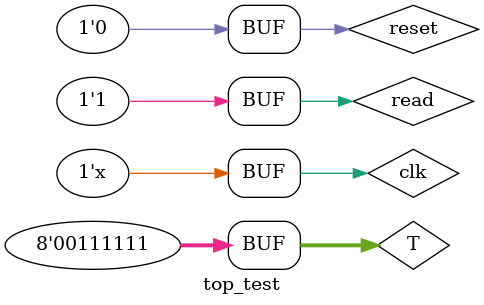
<source format=v>
`timescale 1ns / 1ps

module top_test;

	// Inputs
	reg clk;
	reg reset;
	reg [7:0] T;
	reg read;

	// Outputs
	wire ready_out;
	// Instantiate the Unit Under Test (UUT)
	top uut (
		.clk(clk), 
		.reset(reset), 
		.T(T), 
		.read(read), 
		.ready_out(ready_out)
	);

	initial begin
		// Initialize Inputs
		clk = 0;
		reset = 0;
		T = 63;
		read = 1;

		// Wait 100 ns for global reset to finish
		#100;
        
		// Add stimulus here

	end
   always
	begin
	#10;
	clk = ~clk;
	end
endmodule


</source>
